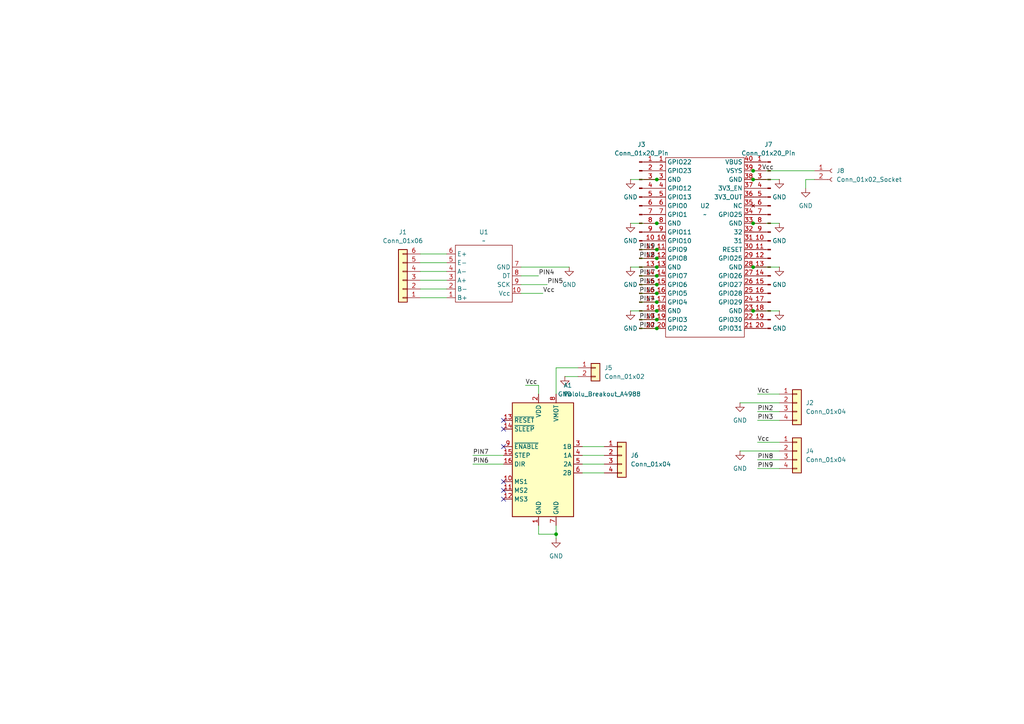
<source format=kicad_sch>
(kicad_sch (version 20250114) (generator "eeschema") (generator_version "9.0")
  (paper "A4")
  (lib_symbols
    (symbol "Connector:Conn_01x02_Socket" (pin_names (offset 1.016) (hide yes))
      (property "Reference" "J" (at 0 2.54 0))
      (property "Value" "Conn_01x02_Socket" (at 0 -5.08 0))
      (symbol "Conn_01x02_Socket_1_1"
        (polyline (pts (xy -1.27 0) (xy -0.508 0)) (stroke (width 0.1524)))
        (polyline (pts (xy -1.27 -2.54) (xy -0.508 -2.54)) (stroke (width 0.1524)))
        (arc (start 0 -0.508) (mid -0.5058 0) (end 0 0.508) (stroke (width 0.1524)))
        (arc (start 0 -3.048) (mid -0.5058 -2.54) (end 0 -2.032) (stroke (width 0.1524)))
        (pin passive line (at -5.08 0 0) (length 3.81) (name "Pin_1") (number "1"))
        (pin passive line (at -5.08 -2.54 0) (length 3.81) (name "Pin_2") (number "2"))
      )
    )
    (symbol "Connector:Conn_01x20_Pin" (pin_names (offset 1.016) (hide yes))
      (property "Reference" "J" (at 0 25.4 0))
      (property "Value" "Conn_01x20_Pin" (at 0 -27.94 0))
      (symbol "Conn_01x20_Pin_1_1"
        (rectangle (start 0.8636 22.987) (end 0 22.733) (stroke (width 0.1524)) (fill (type outline)))
        (rectangle (start 0.8636 20.447) (end 0 20.193) (stroke (width 0.1524)) (fill (type outline)))
        (rectangle (start 0.8636 17.907) (end 0 17.653) (stroke (width 0.1524)) (fill (type outline)))
        (rectangle (start 0.8636 15.367) (end 0 15.113) (stroke (width 0.1524)) (fill (type outline)))
        (rectangle (start 0.8636 12.827) (end 0 12.573) (stroke (width 0.1524)) (fill (type outline)))
        (rectangle (start 0.8636 10.287) (end 0 10.033) (stroke (width 0.1524)) (fill (type outline)))
        (rectangle (start 0.8636 7.747) (end 0 7.493) (stroke (width 0.1524)) (fill (type outline)))
        (rectangle (start 0.8636 5.207) (end 0 4.953) (stroke (width 0.1524)) (fill (type outline)))
        (rectangle (start 0.8636 2.667) (end 0 2.413) (stroke (width 0.1524)) (fill (type outline)))
        (rectangle (start 0.8636 0.127) (end 0 -0.127) (stroke (width 0.1524)) (fill (type outline)))
        (rectangle (start 0.8636 -2.413) (end 0 -2.667) (stroke (width 0.1524)) (fill (type outline)))
        (rectangle (start 0.8636 -4.953) (end 0 -5.207) (stroke (width 0.1524)) (fill (type outline)))
        (rectangle (start 0.8636 -7.493) (end 0 -7.747) (stroke (width 0.1524)) (fill (type outline)))
        (rectangle (start 0.8636 -10.033) (end 0 -10.287) (stroke (width 0.1524)) (fill (type outline)))
        (rectangle (start 0.8636 -12.573) (end 0 -12.827) (stroke (width 0.1524)) (fill (type outline)))
        (rectangle (start 0.8636 -15.113) (end 0 -15.367) (stroke (width 0.1524)) (fill (type outline)))
        (rectangle (start 0.8636 -17.653) (end 0 -17.907) (stroke (width 0.1524)) (fill (type outline)))
        (rectangle (start 0.8636 -20.193) (end 0 -20.447) (stroke (width 0.1524)) (fill (type outline)))
        (rectangle (start 0.8636 -22.733) (end 0 -22.987) (stroke (width 0.1524)) (fill (type outline)))
        (rectangle (start 0.8636 -25.273) (end 0 -25.527) (stroke (width 0.1524)) (fill (type outline)))
        (polyline (pts (xy 1.27 22.86) (xy 0.8636 22.86)) (stroke (width 0.1524)))
        (polyline (pts (xy 1.27 20.32) (xy 0.8636 20.32)) (stroke (width 0.1524)))
        (polyline (pts (xy 1.27 17.78) (xy 0.8636 17.78)) (stroke (width 0.1524)))
        (polyline (pts (xy 1.27 15.24) (xy 0.8636 15.24)) (stroke (width 0.1524)))
        (polyline (pts (xy 1.27 12.7) (xy 0.8636 12.7)) (stroke (width 0.1524)))
        (polyline (pts (xy 1.27 10.16) (xy 0.8636 10.16)) (stroke (width 0.1524)))
        (polyline (pts (xy 1.27 7.62) (xy 0.8636 7.62)) (stroke (width 0.1524)))
        (polyline (pts (xy 1.27 5.08) (xy 0.8636 5.08)) (stroke (width 0.1524)))
        (polyline (pts (xy 1.27 2.54) (xy 0.8636 2.54)) (stroke (width 0.1524)))
        (polyline (pts (xy 1.27 0) (xy 0.8636 0)) (stroke (width 0.1524)))
        (polyline (pts (xy 1.27 -2.54) (xy 0.8636 -2.54)) (stroke (width 0.1524)))
        (polyline (pts (xy 1.27 -5.08) (xy 0.8636 -5.08)) (stroke (width 0.1524)))
        (polyline (pts (xy 1.27 -7.62) (xy 0.8636 -7.62)) (stroke (width 0.1524)))
        (polyline (pts (xy 1.27 -10.16) (xy 0.8636 -10.16)) (stroke (width 0.1524)))
        (polyline (pts (xy 1.27 -12.7) (xy 0.8636 -12.7)) (stroke (width 0.1524)))
        (polyline (pts (xy 1.27 -15.24) (xy 0.8636 -15.24)) (stroke (width 0.1524)))
        (polyline (pts (xy 1.27 -17.78) (xy 0.8636 -17.78)) (stroke (width 0.1524)))
        (polyline (pts (xy 1.27 -20.32) (xy 0.8636 -20.32)) (stroke (width 0.1524)))
        (polyline (pts (xy 1.27 -22.86) (xy 0.8636 -22.86)) (stroke (width 0.1524)))
        (polyline (pts (xy 1.27 -25.4) (xy 0.8636 -25.4)) (stroke (width 0.1524)))
        (pin passive line (at 5.08 22.86 180) (length 3.81) (name "Pin_1") (number "1"))
        (pin passive line (at 5.08 20.32 180) (length 3.81) (name "Pin_2") (number "2"))
        (pin passive line (at 5.08 17.78 180) (length 3.81) (name "Pin_3") (number "3"))
        (pin passive line (at 5.08 15.24 180) (length 3.81) (name "Pin_4") (number "4"))
        (pin passive line (at 5.08 12.7 180) (length 3.81) (name "Pin_5") (number "5"))
        (pin passive line (at 5.08 10.16 180) (length 3.81) (name "Pin_6") (number "6"))
        (pin passive line (at 5.08 7.62 180) (length 3.81) (name "Pin_7") (number "7"))
        (pin passive line (at 5.08 5.08 180) (length 3.81) (name "Pin_8") (number "8"))
        (pin passive line (at 5.08 2.54 180) (length 3.81) (name "Pin_9") (number "9"))
        (pin passive line (at 5.08 0 180) (length 3.81) (name "Pin_10") (number "10"))
        (pin passive line (at 5.08 -2.54 180) (length 3.81) (name "Pin_11") (number "11"))
        (pin passive line (at 5.08 -5.08 180) (length 3.81) (name "Pin_12") (number "12"))
        (pin passive line (at 5.08 -7.62 180) (length 3.81) (name "Pin_13") (number "13"))
        (pin passive line (at 5.08 -10.16 180) (length 3.81) (name "Pin_14") (number "14"))
        (pin passive line (at 5.08 -12.7 180) (length 3.81) (name "Pin_15") (number "15"))
        (pin passive line (at 5.08 -15.24 180) (length 3.81) (name "Pin_16") (number "16"))
        (pin passive line (at 5.08 -17.78 180) (length 3.81) (name "Pin_17") (number "17"))
        (pin passive line (at 5.08 -20.32 180) (length 3.81) (name "Pin_18") (number "18"))
        (pin passive line (at 5.08 -22.86 180) (length 3.81) (name "Pin_19") (number "19"))
        (pin passive line (at 5.08 -25.4 180) (length 3.81) (name "Pin_20") (number "20"))
      )
    )
    (symbol "Connector_Generic:Conn_01x02" (pin_names (offset 1.016) (hide yes))
      (property "Reference" "J" (at 0 2.54 0))
      (property "Value" "Conn_01x02" (at 0 -5.08 0))
      (symbol "Conn_01x02_1_1"
        (rectangle (start -1.27 1.27) (end 1.27 -3.81) (stroke (width 0.254)) (fill (type background)))
        (rectangle (start -1.27 0.127) (end 0 -0.127) (stroke (width 0.1524)))
        (rectangle (start -1.27 -2.413) (end 0 -2.667) (stroke (width 0.1524)))
        (pin passive line (at -5.08 0 0) (length 3.81) (name "Pin_1") (number "1"))
        (pin passive line (at -5.08 -2.54 0) (length 3.81) (name "Pin_2") (number "2"))
      )
    )
    (symbol "Connector_Generic:Conn_01x04" (pin_names (offset 1.016) (hide yes))
      (property "Reference" "J" (at 0 5.08 0))
      (property "Value" "Conn_01x04" (at 0 -7.62 0))
      (symbol "Conn_01x04_1_1"
        (rectangle (start -1.27 3.81) (end 1.27 -6.35) (stroke (width 0.254)) (fill (type background)))
        (rectangle (start -1.27 2.667) (end 0 2.413) (stroke (width 0.1524)))
        (rectangle (start -1.27 0.127) (end 0 -0.127) (stroke (width 0.1524)))
        (rectangle (start -1.27 -2.413) (end 0 -2.667) (stroke (width 0.1524)))
        (rectangle (start -1.27 -4.953) (end 0 -5.207) (stroke (width 0.1524)))
        (pin passive line (at -5.08 2.54 0) (length 3.81) (name "Pin_1") (number "1"))
        (pin passive line (at -5.08 0 0) (length 3.81) (name "Pin_2") (number "2"))
        (pin passive line (at -5.08 -2.54 0) (length 3.81) (name "Pin_3") (number "3"))
        (pin passive line (at -5.08 -5.08 0) (length 3.81) (name "Pin_4") (number "4"))
      )
    )
    (symbol "Connector_Generic:Conn_01x06" (pin_names (offset 1.016) (hide yes))
      (property "Reference" "J" (at 0 7.62 0))
      (property "Value" "Conn_01x06" (at 0 -10.16 0))
      (symbol "Conn_01x06_1_1"
        (rectangle (start -1.27 6.35) (end 1.27 -8.89) (stroke (width 0.254)) (fill (type background)))
        (rectangle (start -1.27 5.207) (end 0 4.953) (stroke (width 0.1524)))
        (rectangle (start -1.27 2.667) (end 0 2.413) (stroke (width 0.1524)))
        (rectangle (start -1.27 0.127) (end 0 -0.127) (stroke (width 0.1524)))
        (rectangle (start -1.27 -2.413) (end 0 -2.667) (stroke (width 0.1524)))
        (rectangle (start -1.27 -4.953) (end 0 -5.207) (stroke (width 0.1524)))
        (rectangle (start -1.27 -7.493) (end 0 -7.747) (stroke (width 0.1524)))
        (pin passive line (at -5.08 5.08 0) (length 3.81) (name "Pin_1") (number "1"))
        (pin passive line (at -5.08 2.54 0) (length 3.81) (name "Pin_2") (number "2"))
        (pin passive line (at -5.08 0 0) (length 3.81) (name "Pin_3") (number "3"))
        (pin passive line (at -5.08 -2.54 0) (length 3.81) (name "Pin_4") (number "4"))
        (pin passive line (at -5.08 -5.08 0) (length 3.81) (name "Pin_5") (number "5"))
        (pin passive line (at -5.08 -7.62 0) (length 3.81) (name "Pin_6") (number "6"))
      )
    )
    (symbol "Driver_Motor:Pololu_Breakout_A4988"
      (property "Reference" "A" (at -2.54 19.05 0))
      (property "Value" "Pololu_Breakout_A4988" (at -2.54 16.51 0))
      (symbol "Pololu_Breakout_A4988_0_1"
        (rectangle (start 10.16 -17.78) (end -7.62 15.24) (stroke (width 0.254)) (fill (type background)))
      )
      (symbol "Pololu_Breakout_A4988_1_1"
        (pin input line (at -10.16 10.16 0) (length 2.54) (name "~{RESET}") (number "13"))
        (pin input line (at -10.16 7.62 0) (length 2.54) (name "~{SLEEP}") (number "14"))
        (pin input line (at -10.16 2.54 0) (length 2.54) (name "~{ENABLE}") (number "9"))
        (pin input line (at -10.16 0 0) (length 2.54) (name "STEP") (number "15"))
        (pin input line (at -10.16 -2.54 0) (length 2.54) (name "DIR") (number "16"))
        (pin input line (at -10.16 -7.62 0) (length 2.54) (name "MS1") (number "10"))
        (pin input line (at -10.16 -10.16 0) (length 2.54) (name "MS2") (number "11"))
        (pin input line (at -10.16 -12.7 0) (length 2.54) (name "MS3") (number "12"))
        (pin power_in line (at 0 17.78 270) (length 2.54) (name "VDD") (number "2"))
        (pin power_in line (at 0 -20.32 90) (length 2.54) (name "GND") (number "1"))
        (pin power_in line (at 5.08 17.78 270) (length 2.54) (name "VMOT") (number "8"))
        (pin power_in line (at 5.08 -20.32 90) (length 2.54) (name "GND") (number "7"))
        (pin output line (at 12.7 2.54 180) (length 2.54) (name "1B") (number "3"))
        (pin output line (at 12.7 0 180) (length 2.54) (name "1A") (number "4"))
        (pin output line (at 12.7 -2.54 180) (length 2.54) (name "2A") (number "5"))
        (pin output line (at 12.7 -5.08 180) (length 2.54) (name "2B") (number "6"))
      )
    )
    (symbol "XFW_HX711:XFW_HX711"
      (property "Reference" "U" (at 0 0 0))
      (symbol "XFW_HX711_0_1"
        (rectangle (start 0 16.51) (end 16.51 0))
      )
      (symbol "XFW_HX711_1_1"
        (pin input line (at -2.54 13.97 0) (length 2.54) (name "E+") (number "6"))
        (pin input line (at -2.54 11.43 0) (length 2.54) (name "E-") (number "5"))
        (pin input line (at -2.54 8.89 0) (length 2.54) (name "A-") (number "4"))
        (pin input line (at -2.54 6.35 0) (length 2.54) (name "A+") (number "3"))
        (pin input line (at -2.54 3.81 0) (length 2.54) (name "B-") (number "2"))
        (pin input line (at -2.54 1.27 0) (length 2.54) (name "B+") (number "1"))
        (pin input line (at 19.05 10.16 180) (length 2.54) (name "GND") (number "7"))
        (pin input line (at 19.05 7.62 180) (length 2.54) (name "DT") (number "8"))
        (pin input line (at 19.05 5.08 180) (length 2.54) (name "SCK") (number "9"))
        (pin input line (at 19.05 2.54 180) (length 2.54) (name "Vcc") (number "10"))
      )
    )
    (symbol "luckfox_lyra:luckfox_lyra"
      (symbol "luckfox_lyra_0_1"
        (rectangle (start 0 52.07) (end 22.86 0))
      )
      (symbol "luckfox_lyra_1_1"
        (pin bidirectional line (at -2.54 50.8 0) (length 2.54) (name "GPIO22") (number "1"))
        (pin bidirectional line (at -2.54 48.26 0) (length 2.54) (name "GPIO23") (number "2"))
        (pin power_in line (at -2.54 45.72 0) (length 2.54) (name "GND") (number "3"))
        (pin bidirectional line (at -2.54 43.18 0) (length 2.54) (name "GPIO12") (number "4"))
        (pin bidirectional line (at -2.54 40.64 0) (length 2.54) (name "GPIO13") (number "5"))
        (pin bidirectional line (at -2.54 38.1 0) (length 2.54) (name "GPIO0") (number "6"))
        (pin bidirectional line (at -2.54 35.56 0) (length 2.54) (name "GPIO1") (number "7"))
        (pin power_in line (at -2.54 33.02 0) (length 2.54) (name "GND") (number "8"))
        (pin bidirectional line (at -2.54 30.48 0) (length 2.54) (name "GPIO11") (number "9"))
        (pin bidirectional line (at -2.54 27.94 0) (length 2.54) (name "GPIO10") (number "10"))
        (pin bidirectional line (at -2.54 25.4 0) (length 2.54) (name "GPIO9") (number "11"))
        (pin bidirectional line (at -2.54 22.86 0) (length 2.54) (name "GPIO8") (number "12"))
        (pin power_in line (at -2.54 20.32 0) (length 2.54) (name "GND") (number "13"))
        (pin bidirectional line (at -2.54 17.78 0) (length 2.54) (name "GPIO7") (number "14"))
        (pin bidirectional line (at -2.54 15.24 0) (length 2.54) (name "GPIO6") (number "15"))
        (pin bidirectional line (at -2.54 12.7 0) (length 2.54) (name "GPIO5") (number "16"))
        (pin bidirectional line (at -2.54 10.16 0) (length 2.54) (name "GPIO4") (number "17"))
        (pin power_in line (at -2.54 7.62 0) (length 2.54) (name "GND") (number "18"))
        (pin bidirectional line (at -2.54 5.08 0) (length 2.54) (name "GPIO3") (number "19"))
        (pin bidirectional line (at -2.54 2.54 0) (length 2.54) (name "GPIO2") (number "20"))
        (pin output line (at 25.4 50.8 180) (length 2.54) (name "VBUS") (number "40"))
        (pin power_in line (at 25.4 48.26 180) (length 2.54) (name "VSYS") (number "39"))
        (pin power_in line (at 25.4 45.72 180) (length 2.54) (name "GND") (number "38"))
        (pin input line (at 25.4 43.18 180) (length 2.54) (name "3V3_EN") (number "37"))
        (pin power_out line (at 25.4 40.64 180) (length 2.54) (name "3V3_OUT") (number "36"))
        (pin no_connect line (at 25.4 38.1 180) (length 2.54) (name "NC") (number "35"))
        (pin bidirectional line (at 25.4 35.56 180) (length 2.54) (name "GPIO25") (number "34"))
        (pin bidirectional line (at 25.4 33.02 180) (length 2.54) (name "GND") (number "33"))
        (pin bidirectional line (at 25.4 30.48 180) (length 2.54) (name "32") (number "32"))
        (pin bidirectional line (at 25.4 27.94 180) (length 2.54) (name "31") (number "31"))
        (pin input line (at 25.4 25.4 180) (length 2.54) (name "RESET") (number "30"))
        (pin bidirectional line (at 25.4 22.86 180) (length 2.54) (name "GPIO25") (number "29"))
        (pin power_in line (at 25.4 20.32 180) (length 2.54) (name "GND") (number "28"))
        (pin bidirectional line (at 25.4 17.78 180) (length 2.54) (name "GPIO26") (number "27"))
        (pin bidirectional line (at 25.4 15.24 180) (length 2.54) (name "GPIO27") (number "26"))
        (pin bidirectional line (at 25.4 12.7 180) (length 2.54) (name "GPIO28") (number "25"))
        (pin bidirectional line (at 25.4 10.16 180) (length 2.54) (name "GPIO29") (number "24"))
        (pin power_in line (at 25.4 7.62 180) (length 2.54) (name "GND") (number "23"))
        (pin bidirectional line (at 25.4 5.08 180) (length 2.54) (name "GPIO30") (number "22"))
        (pin bidirectional line (at 25.4 2.54 180) (length 2.54) (name "GPIO31") (number "21"))
      )
    )
    (symbol "power:GND" (power) (pin_numbers (hide yes)) (pin_names (offset 0) (hide yes))
      (property "Value" "GND" (at 0 -3.81 0))
      (symbol "GND_0_1"
        (polyline (pts (xy 0 0) (xy 0 -1.27) (xy 1.27 -1.27) (xy 0 -2.54) (xy -1.27 -1.27) (xy 0 -1.27)))
      )
      (symbol "GND_1_1"
        (pin power_in line (at 0 0 270) (length 0) (name "~") (number "1"))
      )
    )
  )
  (junction (at 190.5 85.09))
  (junction (at 218.44 90.17))
  (junction (at 218.44 52.07))
  (junction (at 190.5 87.63))
  (junction (at 190.5 80.01))
  (junction (at 190.5 72.39))
  (junction (at 190.5 64.77))
  (junction (at 218.44 64.77))
  (junction (at 190.5 52.07))
  (junction (at 190.5 90.17))
  (junction (at 190.5 95.25))
  (junction (at 190.5 82.55))
  (junction (at 190.5 92.71))
  (junction (at 218.44 77.47))
  (junction (at 190.5 74.93))
  (junction (at 161.29 154.94))
  (junction (at 190.5 77.47))
  (junction (at 218.44 49.53))
  (no_connect (at 146.05 129.54))
  (no_connect (at 146.05 144.78))
  (no_connect (at 146.05 124.46))
  (no_connect (at 146.05 142.24))
  (no_connect (at 146.05 139.7))
  (no_connect (at 146.05 121.92))
  (wire (pts (xy 156.21 114.3) (xy 156.21 111.76)))
  (wire (pts (xy 161.29 106.68) (xy 161.29 114.3)))
  (wire (pts (xy 182.88 77.47) (xy 190.5 77.47)))
  (wire (pts (xy 218.44 64.77) (xy 226.06 64.77)))
  (wire (pts (xy 121.92 81.28) (xy 129.54 81.28)))
  (wire (pts (xy 182.88 52.07) (xy 190.5 52.07)))
  (wire (pts (xy 185.42 92.71) (xy 190.5 92.71)))
  (wire (pts (xy 156.21 154.94) (xy 161.29 154.94)))
  (wire (pts (xy 218.44 77.47) (xy 226.06 77.47)))
  (wire (pts (xy 218.44 52.07) (xy 226.06 52.07)))
  (wire (pts (xy 185.42 74.93) (xy 190.5 74.93)))
  (wire (pts (xy 185.42 72.39) (xy 190.5 72.39)))
  (wire (pts (xy 151.13 85.09) (xy 157.48 85.09)))
  (wire (pts (xy 168.91 132.08) (xy 175.26 132.08)))
  (wire (pts (xy 151.13 77.47) (xy 165.1 77.47)))
  (wire (pts (xy 151.13 82.55) (xy 158.75 82.55)))
  (wire (pts (xy 219.71 135.89) (xy 226.06 135.89)))
  (wire (pts (xy 167.64 106.68) (xy 161.29 106.68)))
  (wire (pts (xy 233.68 52.07) (xy 233.68 54.61)))
  (wire (pts (xy 218.44 49.53) (xy 236.22 49.53)))
  (wire (pts (xy 168.91 129.54) (xy 175.26 129.54)))
  (wire (pts (xy 121.92 73.66) (xy 129.54 73.66)))
  (wire (pts (xy 236.22 52.07) (xy 233.68 52.07)))
  (wire (pts (xy 168.91 137.16) (xy 175.26 137.16)))
  (wire (pts (xy 185.42 80.01) (xy 190.5 80.01)))
  (wire (pts (xy 156.21 152.4) (xy 156.21 154.94)))
  (wire (pts (xy 185.42 95.25) (xy 190.5 95.25)))
  (wire (pts (xy 219.71 121.92) (xy 226.06 121.92)))
  (wire (pts (xy 161.29 154.94) (xy 161.29 156.21)))
  (wire (pts (xy 163.83 109.22) (xy 167.64 109.22)))
  (wire (pts (xy 121.92 83.82) (xy 129.54 83.82)))
  (wire (pts (xy 121.92 78.74) (xy 129.54 78.74)))
  (wire (pts (xy 182.88 64.77) (xy 190.5 64.77)))
  (wire (pts (xy 218.44 90.17) (xy 226.06 90.17)))
  (wire (pts (xy 214.63 130.81) (xy 226.06 130.81)))
  (wire (pts (xy 185.42 85.09) (xy 190.5 85.09)))
  (wire (pts (xy 156.21 111.76) (xy 152.4 111.76)))
  (wire (pts (xy 182.88 90.17) (xy 190.5 90.17)))
  (wire (pts (xy 121.92 86.36) (xy 129.54 86.36)))
  (wire (pts (xy 214.63 116.84) (xy 226.06 116.84)))
  (wire (pts (xy 137.16 132.08) (xy 146.05 132.08)))
  (wire (pts (xy 161.29 152.4) (xy 161.29 154.94)))
  (wire (pts (xy 121.92 76.2) (xy 129.54 76.2)))
  (wire (pts (xy 137.16 134.62) (xy 146.05 134.62)))
  (wire (pts (xy 185.42 87.63) (xy 190.5 87.63)))
  (wire (pts (xy 168.91 134.62) (xy 175.26 134.62)))
  (wire (pts (xy 185.42 82.55) (xy 190.5 82.55)))
  (wire (pts (xy 219.71 133.35) (xy 226.06 133.35)))
  (wire (pts (xy 219.71 128.27) (xy 226.06 128.27)))
  (wire (pts (xy 219.71 114.3) (xy 226.06 114.3)))
  (wire (pts (xy 151.13 80.01) (xy 156.21 80.01)))
  (wire (pts (xy 219.71 119.38) (xy 226.06 119.38)))
  (label "PIN2" (at 219.71 119.38 0))
  (label "PIN5" (at 185.42 85.09 0))
  (label "PIN9" (at 219.71 135.89 0))
  (label "PIN4" (at 156.21 80.01 0))
  (label "PIN8" (at 185.42 74.93 0))
  (label "PIN7" (at 185.42 80.01 0))
  (label "Vcc" (at 219.71 128.27 0))
  (label "Vcc" (at 157.48 85.09 0))
  (label "PIN5" (at 158.75 82.55 0))
  (label "Vcc" (at 220.98 49.53 0))
  (label "PIN3" (at 185.42 92.71 0))
  (label "Vcc" (at 152.4 111.76 0))
  (label "PIN3" (at 219.71 121.92 0))
  (label "PIN6" (at 185.42 82.55 0))
  (label "Vcc" (at 219.71 114.3 0))
  (label "PIN9" (at 185.42 72.39 0))
  (label "PIN8" (at 219.71 133.35 0))
  (label "PIN6" (at 137.16 134.62 0))
  (label "PIN4" (at 185.42 87.63 0))
  (label "PIN2" (at 185.42 95.25 0))
  (label "PIN7" (at 137.16 132.08 0))
  (symbol (lib_id "power:GND") (at 163.83 109.22 0) (unit 1)
    (property "Reference" "#PWR05" (effects (hide yes)))
    (property "Value" "GND" (at 163.83 114.3 0))
    (property "Description" "Power symbol creates a global label with name \"GND\" , ground" (effects (hide yes)))
  )
  (symbol (lib_id "power:GND") (at 233.68 54.61 0) (unit 1)
    (property "Reference" "#PWR014" (effects (hide yes)))
    (property "Value" "GND" (at 233.68 59.69 0))
    (property "Description" "Power symbol creates a global label with name \"GND\" , ground" (effects (hide yes)))
  )
  (symbol (lib_id "power:GND") (at 226.06 64.77 0) (unit 1)
    (property "Reference" "#PWR011" (effects (hide yes)))
    (property "Value" "GND" (at 226.06 69.85 0))
    (property "Description" "Power symbol creates a global label with name \"GND\" , ground" (effects (hide yes)))
  )
  (symbol (lib_id "power:GND") (at 214.63 130.81 0) (unit 1)
    (property "Reference" "#PWR03" (effects (hide yes)))
    (property "Value" "GND" (at 214.63 135.89 0))
    (property "Description" "Power symbol creates a global label with name \"GND\" , ground" (effects (hide yes)))
  )
  (symbol (lib_id "power:GND") (at 161.29 156.21 0) (unit 1)
    (property "Reference" "#PWR04" (effects (hide yes)))
    (property "Value" "GND" (at 161.29 161.29 0))
    (property "Description" "Power symbol creates a global label with name \"GND\" , ground" (effects (hide yes)))
  )
  (symbol (lib_id "power:GND") (at 226.06 90.17 0) (unit 1)
    (property "Reference" "#PWR013" (effects (hide yes)))
    (property "Value" "GND" (at 226.06 95.25 0))
    (property "Description" "Power symbol creates a global label with name \"GND\" , ground" (effects (hide yes)))
  )
  (symbol (lib_id "power:GND") (at 182.88 64.77 0) (unit 1)
    (property "Reference" "#PWR07" (effects (hide yes)))
    (property "Value" "GND" (at 182.88 69.85 0))
    (property "Description" "Power symbol creates a global label with name \"GND\" , ground" (effects (hide yes)))
  )
  (symbol (lib_id "Connector_Generic:Conn_01x02") (at 172.72 106.68 0) (unit 1)
    (property "Reference" "J5" (at 175.26 106.6799 0) (effects (justify left)))
    (property "Value" "Conn_01x02" (at 175.26 109.2199 0) (effects (justify left)))
    (property "Footprint" "Connector_PinHeader_2.54mm:PinHeader_1x02_P2.54mm_Vertical" (effects (hide yes)))
    (property "Description" "Generic connector, single row, 01x02, script generated (kicad-library-utils/schlib/autogen/connector/)" (effects (hide yes)))
  )
  (symbol (lib_id "power:GND") (at 226.06 77.47 0) (unit 1)
    (property "Reference" "#PWR012" (effects (hide yes)))
    (property "Value" "GND" (at 226.06 82.55 0))
    (property "Description" "Power symbol creates a global label with name \"GND\" , ground" (effects (hide yes)))
  )
  (symbol (lib_id "power:GND") (at 226.06 52.07 0) (unit 1)
    (property "Reference" "#PWR010" (effects (hide yes)))
    (property "Value" "GND" (at 226.06 57.15 0))
    (property "Description" "Power symbol creates a global label with name \"GND\" , ground" (effects (hide yes)))
  )
  (symbol (lib_id "power:GND") (at 182.88 77.47 0) (unit 1)
    (property "Reference" "#PWR08" (effects (hide yes)))
    (property "Value" "GND" (at 182.88 82.55 0))
    (property "Description" "Power symbol creates a global label with name \"GND\" , ground" (effects (hide yes)))
  )
  (symbol (lib_id "Connector_Generic:Conn_01x04") (at 180.34 132.08 0) (unit 1)
    (property "Reference" "J6" (at 182.88 132.0799 0) (effects (justify left)))
    (property "Value" "Conn_01x04" (at 182.88 134.6199 0) (effects (justify left)))
    (property "Footprint" "Connector_JST:JST_XH_B4B-XH-A_1x04_P2.50mm_Vertical" (effects (hide yes)))
    (property "Description" "Generic connector, single row, 01x04, script generated (kicad-library-utils/schlib/autogen/connector/)" (effects (hide yes)))
  )
  (symbol (lib_id "power:GND") (at 182.88 90.17 0) (unit 1)
    (property "Reference" "#PWR09" (effects (hide yes)))
    (property "Value" "GND" (at 182.88 95.25 0))
    (property "Description" "Power symbol creates a global label with name \"GND\" , ground" (effects (hide yes)))
  )
  (symbol (lib_id "Connector:Conn_01x20_Pin") (at 185.42 69.85 0) (unit 1)
    (property "Reference" "J3" (at 186.055 41.91 0))
    (property "Value" "Conn_01x20_Pin" (at 186.055 44.45 0))
    (property "Footprint" "Connector_PinHeader_2.54mm:PinHeader_1x20_P2.54mm_Vertical" (effects (hide yes)))
    (property "Description" "Generic connector, single row, 01x20, script generated" (effects (hide yes)))
  )
  (symbol (lib_id "Connector_Generic:Conn_01x06") (at 116.84 81.28 180) (unit 1)
    (property "Reference" "J1" (at 116.84 67.31 0))
    (property "Value" "Conn_01x06" (at 116.84 69.85 0))
    (property "Footprint" "Connector_JST:JST_XH_B6B-XH-A_1x06_P2.50mm_Vertical" (effects (hide yes)))
    (property "Description" "Generic connector, single row, 01x06, script generated (kicad-library-utils/schlib/autogen/connector/)" (effects (hide yes)))
  )
  (symbol (lib_id "power:GND") (at 182.88 52.07 0) (unit 1)
    (property "Reference" "#PWR06" (effects (hide yes)))
    (property "Value" "GND" (at 182.88 57.15 0))
    (property "Description" "Power symbol creates a global label with name \"GND\" , ground" (effects (hide yes)))
  )
  (symbol (lib_id "XFW_HX711:XFW_HX711") (at 132.08 87.63 0) (unit 1)
    (property "Reference" "U1" (at 140.335 67.31 0))
    (property "Value" "~" (at 140.335 69.85 0))
    (property "Footprint" "XFW_HX711:XFW_HX711" (effects (hide yes)))
  )
  (symbol (lib_id "Driver_Motor:Pololu_Breakout_A4988") (at 156.21 132.08 0) (unit 1)
    (property "Reference" "A1" (at 163.4333 111.76 0) (effects (justify left)))
    (property "Value" "Pololu_Breakout_A4988" (at 163.4333 114.3 0) (effects (justify left)))
    (property "Footprint" "Module:Pololu_Breakout-16_15.2x20.3mm" (effects (hide yes)))
    (property "Datasheet" "https://www.pololu.com/product/2980/pictures" (effects (hide yes)))
    (property "Description" "Pololu Breakout Board, Stepper Driver A4988" (effects (hide yes)))
  )
  (symbol (lib_id "luckfox_lyra:luckfox_lyra") (at 193.04 97.79 0) (unit 1)
    (property "Reference" "U2" (at 204.47 59.69 0))
    (property "Value" "~" (at 204.47 62.23 0))
    (property "Footprint" "luckfox_lyra:Untitled" (effects (hide yes)))
  )
  (symbol (lib_id "Connector:Conn_01x20_Pin") (at 223.52 69.85 0) (mirror y) (unit 1)
    (property "Reference" "J7" (at 222.885 41.91 0))
    (property "Value" "Conn_01x20_Pin" (at 222.885 44.45 0))
    (property "Footprint" "Connector_PinHeader_2.54mm:PinHeader_1x20_P2.54mm_Vertical" (effects (hide yes)))
    (property "Description" "Generic connector, single row, 01x20, script generated" (effects (hide yes)))
  )
  (symbol (lib_id "Connector:Conn_01x02_Socket") (at 241.3 49.53 0) (unit 1)
    (property "Reference" "J8" (at 242.57 49.5299 0) (effects (justify left)))
    (property "Value" "Conn_01x02_Socket" (at 242.57 52.0699 0) (effects (justify left)))
    (property "Footprint" "Connector_JST:JST_XH_B2B-XH-A_1x02_P2.50mm_Vertical" (effects (hide yes)))
    (property "Description" "Generic connector, single row, 01x02, script generated" (effects (hide yes)))
  )
  (symbol (lib_id "Connector_Generic:Conn_01x04") (at 231.14 130.81 0) (unit 1)
    (property "Reference" "J4" (at 233.68 130.8099 0) (effects (justify left)))
    (property "Value" "Conn_01x04" (at 233.68 133.3499 0) (effects (justify left)))
    (property "Footprint" "Connector_JST:JST_XH_B4B-XH-A_1x04_P2.50mm_Vertical" (effects (hide yes)))
    (property "Description" "Generic connector, single row, 01x04, script generated (kicad-library-utils/schlib/autogen/connector/)" (effects (hide yes)))
  )
  (symbol (lib_id "power:GND") (at 214.63 116.84 0) (unit 1)
    (property "Reference" "#PWR02" (effects (hide yes)))
    (property "Value" "GND" (at 214.63 121.92 0))
    (property "Description" "Power symbol creates a global label with name \"GND\" , ground" (effects (hide yes)))
  )
  (symbol (lib_id "power:GND") (at 165.1 77.47 0) (unit 1)
    (property "Reference" "#PWR01" (effects (hide yes)))
    (property "Value" "GND" (at 165.1 82.55 0))
    (property "Description" "Power symbol creates a global label with name \"GND\" , ground" (effects (hide yes)))
  )
  (symbol (lib_id "Connector_Generic:Conn_01x04") (at 231.14 116.84 0) (unit 1)
    (property "Reference" "J2" (at 233.68 116.8399 0) (effects (justify left)))
    (property "Value" "Conn_01x04" (at 233.68 119.3799 0) (effects (justify left)))
    (property "Footprint" "Connector_JST:JST_XH_B4B-XH-A_1x04_P2.50mm_Vertical" (effects (hide yes)))
    (property "Description" "Generic connector, single row, 01x04, script generated (kicad-library-utils/schlib/autogen/connector/)" (effects (hide yes)))
  )
)
</source>
